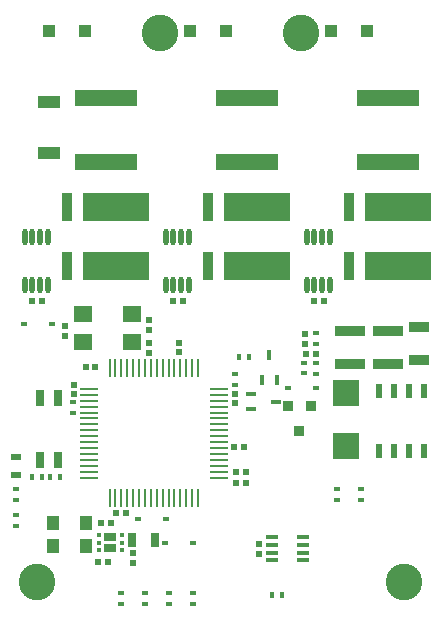
<source format=gbp>
G04 Layer_Color=128*
%FSAX25Y25*%
%MOIN*%
G70*
G01*
G75*
%ADD10R,0.01969X0.02047*%
%ADD11R,0.02165X0.01772*%
%ADD12R,0.02047X0.01969*%
%ADD14R,0.01772X0.02165*%
%ADD18R,0.02756X0.05118*%
%ADD30R,0.10236X0.03740*%
%ADD31R,0.09843X0.03740*%
%ADD45C,0.12205*%
%ADD55R,0.03200X0.03600*%
%ADD56R,0.22047X0.09606*%
%ADD57R,0.03504X0.09606*%
%ADD58R,0.09055X0.09055*%
%ADD59R,0.01969X0.01772*%
%ADD60R,0.03150X0.05512*%
%ADD61R,0.20866X0.05512*%
%ADD62R,0.02205X0.04701*%
%ADD63R,0.06693X0.03740*%
%ADD64R,0.03347X0.01772*%
%ADD65R,0.01772X0.03347*%
%ADD66R,0.07677X0.04331*%
%ADD67R,0.03937X0.04331*%
%ADD68O,0.01772X0.05512*%
%ADD69R,0.03937X0.01772*%
%ADD70R,0.06300X0.05500*%
%ADD71O,0.00984X0.06102*%
%ADD72O,0.06102X0.00984*%
%ADD73R,0.04331X0.04803*%
%ADD74R,0.03543X0.01969*%
%ADD76R,0.01772X0.01181*%
G04:AMPARAMS|DCode=141|XSize=39.37mil|YSize=27.56mil|CornerRadius=0mil|HoleSize=0mil|Usage=FLASHONLY|Rotation=180.000|XOffset=0mil|YOffset=0mil|HoleType=Round|Shape=RoundedRectangle|*
%AMROUNDEDRECTD141*
21,1,0.03937,0.02756,0,0,180.0*
21,1,0.03937,0.02756,0,0,180.0*
1,1,0.00000,-0.01969,0.01378*
1,1,0.00000,0.01969,0.01378*
1,1,0.00000,0.01969,-0.01378*
1,1,0.00000,-0.01969,-0.01378*
%
%ADD141ROUNDEDRECTD141*%
D10*
X0628085Y0296974D02*
D03*
X0631313D02*
D03*
X0607313Y0266000D02*
D03*
X0604085D02*
D03*
X0604585Y0254000D02*
D03*
X0607813D02*
D03*
X0559585Y0240500D02*
D03*
X0562813D02*
D03*
X0554435Y0292500D02*
D03*
X0557664D02*
D03*
X0539813Y0314500D02*
D03*
X0536585D02*
D03*
X0564585Y0244000D02*
D03*
X0567813D02*
D03*
X0607813Y0257500D02*
D03*
X0604585D02*
D03*
X0586813Y0314500D02*
D03*
X0583585D02*
D03*
X0630585D02*
D03*
X0633813D02*
D03*
X0558585Y0227500D02*
D03*
X0561813D02*
D03*
D11*
X0590199Y0213728D02*
D03*
Y0217272D02*
D03*
X0550199Y0280772D02*
D03*
Y0277228D02*
D03*
X0531199Y0248228D02*
D03*
Y0251772D02*
D03*
X0638199D02*
D03*
Y0248228D02*
D03*
X0646199D02*
D03*
Y0251772D02*
D03*
X0631199Y0293746D02*
D03*
Y0290203D02*
D03*
Y0300203D02*
D03*
Y0303746D02*
D03*
X0627199Y0294043D02*
D03*
Y0290500D02*
D03*
X0604199Y0290272D02*
D03*
Y0286728D02*
D03*
X0531199Y0243272D02*
D03*
Y0239728D02*
D03*
X0582199Y0217272D02*
D03*
Y0213728D02*
D03*
X0574199D02*
D03*
Y0217272D02*
D03*
X0566199D02*
D03*
Y0213728D02*
D03*
D12*
X0570199Y0227386D02*
D03*
Y0230614D02*
D03*
X0585699Y0297461D02*
D03*
Y0300689D02*
D03*
X0575699Y0297386D02*
D03*
Y0300614D02*
D03*
X0627699Y0300360D02*
D03*
Y0303589D02*
D03*
X0612199Y0233614D02*
D03*
Y0230386D02*
D03*
X0604199Y0283689D02*
D03*
Y0280461D02*
D03*
X0550699Y0286689D02*
D03*
Y0283461D02*
D03*
X0575699Y0308114D02*
D03*
Y0304886D02*
D03*
X0547699Y0306114D02*
D03*
Y0302886D02*
D03*
D14*
X0536427Y0256000D02*
D03*
X0539971D02*
D03*
X0542427D02*
D03*
X0545971D02*
D03*
X0605428Y0296000D02*
D03*
X0608971D02*
D03*
X0619971Y0216500D02*
D03*
X0616428D02*
D03*
D18*
X0569959Y0235000D02*
D03*
X0577439D02*
D03*
D30*
X0642699Y0293488D02*
D03*
X0655199D02*
D03*
D31*
X0642699Y0304512D02*
D03*
X0655199D02*
D03*
D45*
X0538199Y0221000D02*
D03*
X0660699D02*
D03*
X0626199Y0404000D02*
D03*
X0579199D02*
D03*
D55*
X0625699Y0271100D02*
D03*
X0629499Y0279437D02*
D03*
X0621959D02*
D03*
D56*
X0564504Y0326236D02*
D03*
Y0345764D02*
D03*
X0611504D02*
D03*
Y0326236D02*
D03*
X0658504D02*
D03*
Y0345764D02*
D03*
D57*
X0548224D02*
D03*
Y0326236D02*
D03*
X0595224D02*
D03*
Y0345764D02*
D03*
X0642224D02*
D03*
Y0326236D02*
D03*
D58*
X0641199Y0283858D02*
D03*
Y0266142D02*
D03*
D59*
X0581325Y0242000D02*
D03*
X0572073D02*
D03*
X0543325Y0307000D02*
D03*
X0534073D02*
D03*
X0631325Y0285500D02*
D03*
X0622073D02*
D03*
X0581073Y0234000D02*
D03*
X0590325D02*
D03*
D60*
X0545093Y0261734D02*
D03*
X0539385D02*
D03*
X0545093Y0282206D02*
D03*
X0539385D02*
D03*
D61*
X0655199Y0382130D02*
D03*
Y0360870D02*
D03*
X0608199Y0382130D02*
D03*
Y0360870D02*
D03*
X0561199Y0382130D02*
D03*
Y0360870D02*
D03*
D62*
X0667199Y0264549D02*
D03*
X0662199D02*
D03*
X0657199D02*
D03*
X0652199D02*
D03*
X0667199Y0284451D02*
D03*
X0662199D02*
D03*
X0657199D02*
D03*
X0652199D02*
D03*
D63*
X0665699Y0305811D02*
D03*
Y0294787D02*
D03*
D64*
X0609546Y0278441D02*
D03*
Y0283559D02*
D03*
X0617853Y0281000D02*
D03*
D65*
X0615699Y0296654D02*
D03*
X0613140Y0288347D02*
D03*
X0618258D02*
D03*
D66*
X0542199Y0364039D02*
D03*
Y0380968D02*
D03*
D67*
X0648302Y0404500D02*
D03*
X0636097D02*
D03*
X0601301D02*
D03*
X0589097D02*
D03*
X0554302D02*
D03*
X0542097D02*
D03*
D68*
X0588839Y0319929D02*
D03*
X0586279D02*
D03*
X0583720D02*
D03*
X0581161D02*
D03*
X0588839Y0336071D02*
D03*
X0586279D02*
D03*
X0583720D02*
D03*
X0581161D02*
D03*
X0541839Y0319929D02*
D03*
X0539280D02*
D03*
X0536721D02*
D03*
X0534161D02*
D03*
X0541839Y0336071D02*
D03*
X0539280D02*
D03*
X0536721D02*
D03*
X0534161D02*
D03*
X0635839Y0319929D02*
D03*
X0633280D02*
D03*
X0630721D02*
D03*
X0628161D02*
D03*
X0635839Y0336071D02*
D03*
X0633280D02*
D03*
X0630721D02*
D03*
X0628161D02*
D03*
D69*
X0616581Y0235839D02*
D03*
X0626817D02*
D03*
Y0228161D02*
D03*
Y0230720D02*
D03*
Y0233279D02*
D03*
X0616581D02*
D03*
Y0230720D02*
D03*
Y0228161D02*
D03*
D70*
X0569849Y0300750D02*
D03*
X0553549D02*
D03*
Y0310250D02*
D03*
X0569849D02*
D03*
D71*
X0562435Y0292252D02*
D03*
X0564404D02*
D03*
X0566372D02*
D03*
X0568341D02*
D03*
X0570309D02*
D03*
X0572278D02*
D03*
X0574246D02*
D03*
X0576215D02*
D03*
X0578183D02*
D03*
X0580152D02*
D03*
X0582120D02*
D03*
X0584089D02*
D03*
X0586057D02*
D03*
X0588026D02*
D03*
X0589994D02*
D03*
X0591963D02*
D03*
Y0248748D02*
D03*
X0589994D02*
D03*
X0588026D02*
D03*
X0586057D02*
D03*
X0584089D02*
D03*
X0582120D02*
D03*
X0580152D02*
D03*
X0578183D02*
D03*
X0576215D02*
D03*
X0574246D02*
D03*
X0572278D02*
D03*
X0570309D02*
D03*
X0568341D02*
D03*
X0566372D02*
D03*
X0564404D02*
D03*
X0562435D02*
D03*
D72*
X0598951Y0285264D02*
D03*
Y0283295D02*
D03*
Y0281327D02*
D03*
Y0279358D02*
D03*
Y0277390D02*
D03*
Y0275421D02*
D03*
Y0273453D02*
D03*
Y0271484D02*
D03*
Y0269516D02*
D03*
Y0267547D02*
D03*
Y0265579D02*
D03*
Y0263610D02*
D03*
Y0261642D02*
D03*
Y0259673D02*
D03*
Y0257705D02*
D03*
Y0255736D02*
D03*
X0555447D02*
D03*
Y0257705D02*
D03*
Y0259673D02*
D03*
Y0261642D02*
D03*
Y0263610D02*
D03*
Y0265579D02*
D03*
Y0267547D02*
D03*
Y0269516D02*
D03*
Y0271484D02*
D03*
Y0273453D02*
D03*
Y0275421D02*
D03*
Y0277390D02*
D03*
Y0279358D02*
D03*
Y0281327D02*
D03*
Y0283295D02*
D03*
Y0285264D02*
D03*
D73*
X0543687Y0240500D02*
D03*
X0554711D02*
D03*
Y0233000D02*
D03*
X0543687D02*
D03*
D74*
X0531199Y0262437D02*
D03*
Y0256532D02*
D03*
D76*
X0558860Y0236559D02*
D03*
Y0234000D02*
D03*
Y0231441D02*
D03*
X0566538D02*
D03*
Y0234000D02*
D03*
Y0236559D02*
D03*
D141*
X0562699Y0232228D02*
D03*
Y0235772D02*
D03*
M02*

</source>
